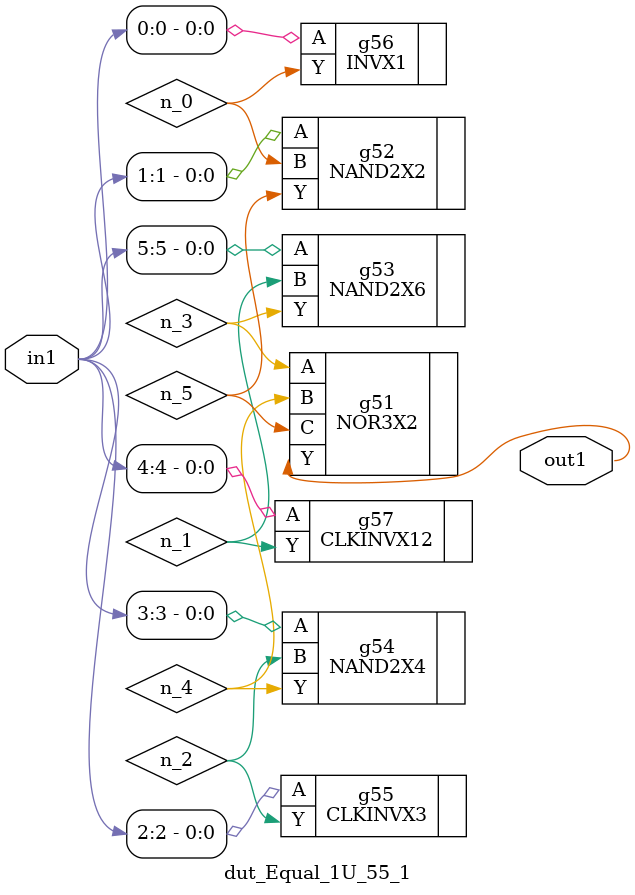
<source format=v>
`timescale 1ps / 1ps


module dut_Equal_1U_55_1(in1, out1);
  input [5:0] in1;
  output out1;
  wire [5:0] in1;
  wire out1;
  wire n_0, n_1, n_2, n_3, n_4, n_5;
  NOR3X2 g51(.A (n_3), .B (n_4), .C (n_5), .Y (out1));
  NAND2X2 g52(.A (in1[1]), .B (n_0), .Y (n_5));
  NAND2X4 g54(.A (in1[3]), .B (n_2), .Y (n_4));
  NAND2X6 g53(.A (in1[5]), .B (n_1), .Y (n_3));
  CLKINVX3 g55(.A (in1[2]), .Y (n_2));
  CLKINVX12 g57(.A (in1[4]), .Y (n_1));
  INVX1 g56(.A (in1[0]), .Y (n_0));
endmodule



</source>
